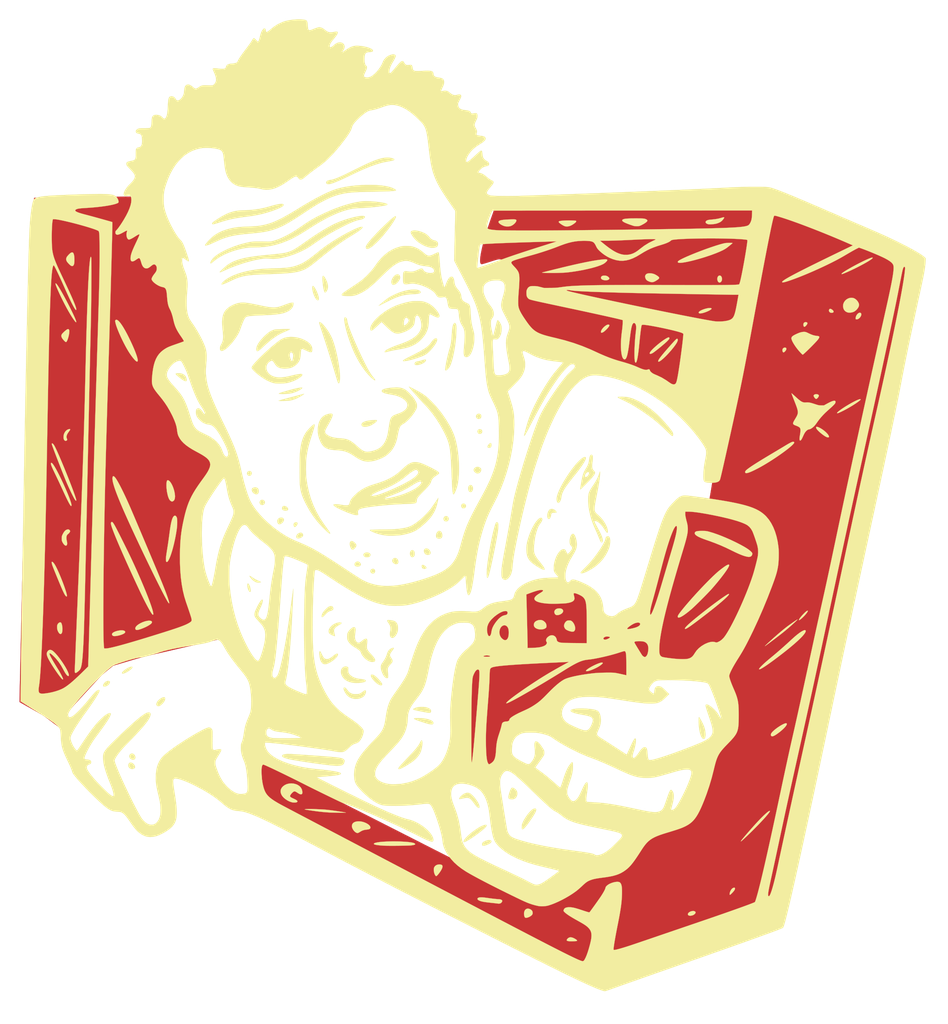
<source format=kicad_pcb>
(kicad_pcb (version 4) (host pcbnew 4.0.7)
  (layers (0 F.Cu signal) (31 B.Cu signal) (34 B.Paste user) (35 F.Paste user) (36 B.SilkS user) (37 F.SilkS user) (38 B.Mask user) (39 F.Mask user) (44 Edge.Cuts user))
  (net 0 "")
  (module LOGO (layer F.Cu) (at 0 0)
    (fp_text reference "G***" hide)
    (fp_text value "LOGO" hide)
    (fp_poly (pts (xy 25.467710 -26.351144) (xy 25.908324 -26.155326) (xy 26.346012 -25.960768) (xy 26.778650 -25.768417) (xy 27.204111 -25.579218) (xy 27.620271 -25.394119) (xy 28.025004 -25.214064) (xy 28.416186 -25.040001) (xy 28.791690 -24.872876) (xy 29.149392 -24.713634) (xy 29.487167 -24.563223) (xy 29.802888 -24.422587) (xy 30.094431 -24.292675) (xy 30.359671 -24.174431) (xy 30.596482 -24.068802) (xy 30.802739 -23.976734) (xy 30.976317 -23.899174) (xy 31.115090 -23.837067) (xy 31.202124 -23.798019) (xy 32.167665 -23.364059) (xy 32.140631 -23.223155) (xy 32.126278 -23.150660) (xy 32.103296 -23.037751) (xy 32.071896 -22.885415) (xy 32.032287 -22.694640) (xy 31.984679 -22.466411) (xy 31.929282 -22.201716) (xy 31.866305 -21.901540) (xy 31.795960 -21.566872) (xy 31.718454 -21.198698) (xy 31.633999 -20.798004) (xy 31.542804 -20.365778) (xy 31.445080 -19.903006) (xy 31.341035 -19.410674) (xy 31.230880 -18.889771) (xy 31.114824 -18.341282) (xy 30.993078 -17.766194) (xy 30.865852 -17.165494) (xy 30.733354 -16.540169) (xy 30.595796 -15.891205) (xy 30.453387 -15.219590) (xy 30.306336 -14.526310) (xy 30.154854 -13.812352) (xy 29.999151 -13.078703) (xy 29.839435 -12.326349) (xy 29.675919 -11.556277) (xy 29.508810 -10.769474) (xy 29.338319 -9.966927) (xy 29.164656 -9.149623) (xy 28.988031 -8.318548) (xy 28.808653 -7.474689) (xy 28.626732 -6.619033) (xy 28.442479 -5.752567) (xy 28.256103 -4.876277) (xy 28.067814 -3.991150) (xy 27.877822 -3.098174) (xy 27.686336 -2.198334) (xy 27.493567 -1.292618) (xy 27.299725 -0.382012) (xy 27.105018 0.532497) (xy 26.909658 1.449922) (xy 26.713854 2.369276) (xy 26.517816 3.289573) (xy 26.321753 4.209826) (xy 26.125876 5.129047) (xy 25.930394 6.046251) (xy 25.735518 6.960451) (xy 25.541456 7.870659) (xy 25.348420 8.775888) (xy 25.156619 9.675153) (xy 24.966262 10.567467) (xy 24.777560 11.451842) (xy 24.590723 12.327291) (xy 24.405959 13.192829) (xy 24.223480 14.047468) (xy 24.043495 14.890221) (xy 23.866214 15.720102) (xy 23.691846 16.536124) (xy 23.520603 17.337300) (xy 23.352692 18.122644) (xy 23.188325 18.891168) (xy 23.027711 19.641885) (xy 22.871061 20.373810) (xy 22.718583 21.085955) (xy 22.570487 21.777334) (xy 22.542598 21.907500) (xy 22.418849 22.484978) (xy 22.303634 23.022485) (xy 22.196643 23.521446) (xy 22.097562 23.983290) (xy 22.006078 24.409443) (xy 21.921880 24.801332) (xy 21.844655 25.160384) (xy 21.774091 25.488025) (xy 21.709875 25.785683) (xy 21.651695 26.054784) (xy 21.599238 26.296755) (xy 21.552193 26.513024) (xy 21.510245 26.705016) (xy 21.473084 26.874160) (xy 21.440397 27.021881) (xy 21.411872 27.149606) (xy 21.387195 27.258764) (xy 21.366054 27.350779) (xy 21.348138 27.427080) (xy 21.333134 27.489093) (xy 21.320729 27.538245) (xy 21.310611 27.575963) (xy 21.302467 27.603673) (xy 21.295986 27.622803) (xy 21.290854 27.634780) (xy 21.287426 27.640273) (xy 21.246706 27.672739) (xy 21.166770 27.719042) (xy 21.048314 27.778904) (xy 20.892031 27.852048) (xy 20.698617 27.938198) (xy 20.468768 28.037077) (xy 20.203177 28.148406) (xy 19.902542 28.271909) (xy 19.567555 28.407309) (xy 19.198914 28.554329) (xy 18.797312 28.712691) (xy 18.363444 28.882119) (xy 17.898007 29.062335) (xy 17.401695 29.253062) (xy 16.875203 29.454023) (xy 16.319226 29.664942) (xy 15.734459 29.885540) (xy 15.121597 30.115541) (xy 14.481336 30.354667) (xy 14.446250 30.367740) (xy 14.127239 30.486550) (xy 13.792232 30.611256) (xy 13.443628 30.740968) (xy 13.083826 30.874796) (xy 12.715224 31.011850) (xy 12.340221 31.151240) (xy 11.961215 31.292076) (xy 11.580604 31.433468) (xy 11.200788 31.574527) (xy 10.824164 31.714363) (xy 10.453132 31.852085) (xy 10.090089 31.986804) (xy 9.737434 32.117629) (xy 9.397566 32.243672) (xy 9.072883 32.364042) (xy 8.765783 32.477849) (xy 8.478666 32.584204) (xy 8.213930 32.682216) (xy 7.973972 32.770995) (xy 7.761193 32.849652) (xy 7.577989 32.917297) (xy 7.426761 32.973040) (xy 7.309905 33.015991) (xy 7.229822 33.045260) (xy 7.217834 33.049609) (xy 7.190707 33.043919) (xy 7.131153 33.021861) (xy 7.044705 32.985805) (xy 6.936898 32.938121) (xy 6.813264 32.881179) (xy 6.709834 32.832068) (xy 6.518738 32.739935) (xy 6.308401 32.638078) (xy 6.078248 32.526210) (xy 5.827702 32.404048) (xy 5.556189 32.271303) (xy 5.263133 32.127692) (xy 4.947957 31.972927) (xy 4.610087 31.806724) (xy 4.248947 31.628796) (xy 3.863961 31.438858) (xy 3.454553 31.236623) (xy 3.020149 31.021806) (xy 2.560171 30.794121) (xy 2.074046 30.553283) (xy 1.561197 30.299005) (xy 1.021048 30.031002) (xy 0.453025 29.748987) (xy -0.143450 29.452676) (xy -0.768950 29.141782) (xy -1.424053 28.816019) (xy -2.109333 28.475102) (xy -2.825366 28.118745) (xy -3.572728 27.746662) (xy -4.351994 27.358567) (xy -5.163740 26.954174) (xy -6.008541 26.533199) (xy -6.886974 26.095353) (xy -7.799613 25.640353) (xy -8.747035 25.167912) (xy -9.729814 24.677745) (xy -10.748527 24.169565) (xy -11.803750 23.643087) (xy -12.896057 23.098024) (xy -13.261114 22.915843) (xy -19.187979 19.957994) (xy -19.341774 19.318789) (xy -19.392730 19.106039) (xy -19.434778 18.927573) (xy -19.469255 18.776604) (xy -19.497499 18.646341) (xy -19.520847 18.529994) (xy -19.540640 18.420775) (xy -19.558213 18.311894) (xy -19.574905 18.196562) (xy -19.592055 18.067989) (xy -19.599151 18.012834) (xy -19.626684 17.772720) (xy -19.648297 17.532874) (xy -19.663589 17.301229) (xy -19.672159 17.085719) (xy -19.673604 16.894277) (xy -19.667522 16.734837) (xy -19.665300 16.706716) (xy -19.650247 16.568415) (xy -19.632165 16.468623) (xy -19.609854 16.403553) (xy -19.582115 16.369418) (xy -19.556085 16.361834) (xy -19.529404 16.371385) (xy -19.465919 16.399740) (xy -19.366527 16.446447) (xy -19.232125 16.511056) (xy -19.063611 16.593118) (xy -18.861881 16.692181) (xy -18.627834 16.807795) (xy -18.362366 16.939510) (xy -18.066375 17.086875) (xy -17.740759 17.249441) (xy -17.386414 17.426756) (xy -17.004237 17.618371) (xy -16.595127 17.823834) (xy -16.159980 18.042697) (xy -15.699694 18.274508) (xy -15.215166 18.518816) (xy -14.707293 18.775173) (xy -14.176974 19.043126) (xy -13.625104 19.322227) (xy -13.052582 19.612024) (xy -12.460304 19.912068) (xy -11.849168 20.221907) (xy -11.220072 20.541092) (xy -10.573913 20.869172) (xy -10.456333 20.928896) (xy -10.238866 21.039382) (xy -9.992344 21.164661) (xy -9.718718 21.303739) (xy -9.419942 21.455622) (xy -9.097966 21.619319) (xy -8.754743 21.793835) (xy -8.392226 21.978177) (xy -8.012367 22.171352) (xy -7.617117 22.372367) (xy -7.208429 22.580228) (xy -6.788255 22.793943) (xy -6.358548 23.012517) (xy -5.921259 23.234959) (xy -5.478340 23.460273) (xy -5.031744 23.687469) (xy -4.583423 23.915551) (xy -4.135329 24.143527) (xy -3.689415 24.370403) (xy -3.247631 24.595187) (xy -2.811932 24.816884) (xy -2.384268 25.034503) (xy -1.966592 25.247049) (xy -1.560856 25.453529) (xy -1.169012 25.652950) (xy -0.793013 25.844320) (xy -0.434810 26.026643) (xy -0.096356 26.198928) (xy 0.220397 26.360181) (xy 0.513496 26.509409) (xy 0.780991 26.645619) (xy 1.020928 26.767816) (xy 1.231356 26.875009) (xy 1.410322 26.966204) (xy 1.555874 27.040407) (xy 1.666059 27.096626) (xy 1.684781 27.106186) (xy 1.842187 27.186110) (xy 1.988581 27.259540) (xy 2.119487 27.324301) (xy 2.230430 27.378218) (xy 2.316936 27.419113) (xy 2.374530 27.444811) (xy 2.398343 27.453167) (xy 2.434149 27.447245) (xy 2.503743 27.430757) (xy 2.600463 27.405615) (xy 2.717643 27.373733) (xy 2.848622 27.337023) (xy 2.986735 27.297401) (xy 3.125318 27.256779) (xy 3.257710 27.217070) (xy 3.377245 27.180188) (xy 3.477260 27.148047) (xy 3.551092 27.122559) (xy 3.556000 27.120741) (xy 3.810060 27.014545) (xy 4.056251 26.887411) (xy 4.301778 26.734942) (xy 4.553848 26.552742) (xy 4.762500 26.384766) (xy 5.151564 26.085192) (xy 5.556744 25.824762) (xy 5.978084 25.603455) (xy 6.415630 25.421249) (xy 6.869428 25.278123) (xy 7.339522 25.174056) (xy 7.381761 25.166752) (xy 7.538166 25.139968) (xy 7.661588 25.117820) (xy 7.760870 25.098425) (xy 7.844857 25.079898) (xy 7.922393 25.060356) (xy 8.002322 25.037915) (xy 8.042808 25.025957) (xy 8.225880 24.963086) (xy 8.400618 24.885147) (xy 8.569642 24.789663) (xy 8.735571 24.674158) (xy 8.901025 24.536157) (xy 9.068623 24.373183) (xy 9.240984 24.182760) (xy 9.420728 23.962413) (xy 9.610472 23.709666) (xy 9.812838 23.422042) (xy 9.942259 23.230417) (xy 10.065914 23.047005) (xy 10.171777 22.895167) (xy 10.263720 22.770112) (xy 10.345620 22.667045) (xy 10.421351 22.581175) (xy 10.494788 22.507708) (xy 10.569805 22.441852) (xy 10.598648 22.418526) (xy 10.679424 22.357723) (xy 10.767345 22.298459) (xy 10.865416 22.239427) (xy 10.976644 22.179316) (xy 11.104035 22.116821) (xy 11.250594 22.050631) (xy 11.419329 21.979439) (xy 11.613244 21.901937) (xy 11.835347 21.816817) (xy 12.088643 21.722770) (xy 12.376139 21.618487) (xy 12.700840 21.502662) (xy 12.713313 21.498242) (xy 12.893492 21.434007) (xy 13.064829 21.372165) (xy 13.222368 21.314560) (xy 13.361154 21.263035) (xy 13.476229 21.219437) (xy 13.562638 21.185608) (xy 13.615425 21.163394) (xy 13.623480 21.159520) (xy 13.737074 21.083286) (xy 13.851583 20.972724) (xy 13.959656 20.835024) (xy 13.968659 20.821778) (xy 14.015233 20.744774) (xy 14.076712 20.630676) (xy 14.152088 20.481622) (xy 14.240356 20.299749) (xy 14.340508 20.087193) (xy 14.451537 19.846090) (xy 14.572438 19.578577) (xy 14.702202 19.286791) (xy 14.838495 18.975917) (xy 15.000161 18.605907) (xy 15.147361 18.271677) (xy 15.281693 17.969837) (xy 15.404753 17.697000) (xy 15.518139 17.449776) (xy 15.623448 17.224777) (xy 15.722277 17.018616) (xy 15.816224 16.827903) (xy 15.906884 16.649249) (xy 15.995856 16.479268) (xy 16.084736 16.314569) (xy 16.140472 16.213667) (xy 16.235461 16.046479) (xy 16.328427 15.890574) (xy 16.423708 15.739620) (xy 16.525641 15.587283) (xy 16.638565 15.427232) (xy 16.766816 15.253131) (xy 16.914731 15.058650) (xy 17.057809 14.874317) (xy 17.467675 14.349883) (xy 17.421718 13.731317) (xy 17.408299 13.555846) (xy 17.394015 13.378076) (xy 17.379637 13.206989) (xy 17.365937 13.051568) (xy 17.353687 12.920796) (xy 17.344031 12.827000) (xy 17.315715 12.595475) (xy 17.280762 12.348350) (xy 17.240151 12.090242) (xy 17.194860 11.825769) (xy 17.145870 11.559549) (xy 17.094157 11.296200) (xy 17.040702 11.040340) (xy 16.986483 10.796585) (xy 16.932478 10.569555) (xy 16.879667 10.363866) (xy 16.829028 10.184137) (xy 16.781540 10.034985) (xy 16.738182 9.921028) (xy 16.719652 9.881222) (xy 16.702527 9.850997) (xy 16.681511 9.825527) (xy 16.651147 9.802222) (xy 16.605975 9.778487) (xy 16.540537 9.751733) (xy 16.449374 9.719367) (xy 16.327029 9.678796) (xy 16.221269 9.644565) (xy 15.845989 9.528269) (xy 15.502212 9.431679) (xy 15.184674 9.353521) (xy 14.888111 9.292517) (xy 14.607258 9.247394) (xy 14.552084 9.240108) (xy 14.424427 9.224683) (xy 14.298214 9.211311) (xy 14.168957 9.199791) (xy 14.032164 9.189920) (xy 13.883348 9.181498) (xy 13.718019 9.174323) (xy 13.531687 9.168192) (xy 13.319863 9.162906) (xy 13.078059 9.158261) (xy 12.801783 9.154058) (xy 12.568791 9.151067) (xy 11.410999 9.137097) (xy 10.783945 9.754382) (xy 10.628988 9.906718) (xy 10.501033 10.031848) (xy 10.397072 10.132424) (xy 10.314096 10.211095) (xy 10.249096 10.270512) (xy 10.199062 10.313327) (xy 10.160985 10.342189) (xy 10.131857 10.359749) (xy 10.108668 10.368658) (xy 10.088409 10.371566) (xy 10.083173 10.371667) (xy 10.044706 10.372860) (xy 9.968323 10.376277) (xy 9.858368 10.381678) (xy 9.719185 10.388820) (xy 9.555120 10.397463) (xy 9.370517 10.407364) (xy 9.169720 10.418283) (xy 8.957075 10.429978) (xy 8.736926 10.442208) (xy 8.513617 10.454730) (xy 8.291494 10.467304) (xy 8.074901 10.479688) (xy 7.868183 10.491641) (xy 7.675684 10.502922) (xy 7.501749 10.513288) (xy 7.350724 10.522498) (xy 7.226952 10.530311) (xy 7.217834 10.530903) (xy 6.806636 10.560036) (xy 6.435252 10.591641) (xy 6.101202 10.626304) (xy 5.802009 10.664613) (xy 5.535194 10.707154) (xy 5.298279 10.754514) (xy 5.088785 10.807281) (xy 4.904234 10.866041) (xy 4.742148 10.931381) (xy 4.600049 11.003888) (xy 4.475458 11.084149) (xy 4.365897 11.172752) (xy 4.318810 11.217524) (xy 4.250946 11.288068) (xy 4.192377 11.356365) (xy 4.137898 11.430152) (xy 4.082306 11.517162) (xy 4.020398 11.625132) (xy 3.946971 11.761796) (xy 3.926693 11.800417) (xy 3.831043 11.976059) (xy 3.743442 12.118451) (xy 3.657594 12.234170) (xy 3.567202 12.329795) (xy 3.465969 12.411903) (xy 3.347597 12.487072) (xy 3.205789 12.561879) (xy 3.190569 12.569353) (xy 3.061628 12.628937) (xy 2.898608 12.698838) (xy 2.707818 12.776699) (xy 2.495571 12.860165) (xy 2.268178 12.946881) (xy 2.031952 13.034491) (xy 1.793203 13.120639) (xy 1.558244 13.202970) (xy 1.333386 13.279129) (xy 1.124940 13.346760) (xy 1.021112 13.379001) (xy 0.827514 13.440482) (xy 0.669621 13.497233) (xy 0.541616 13.552780) (xy 0.437683 13.610648) (xy 0.352006 13.674363) (xy 0.278769 13.747449) (xy 0.212155 13.833433) (xy 0.172507 13.893377) (xy 0.118364 13.984947) (xy 0.067801 14.083915) (xy 0.019311 14.194749) (xy -0.028615 14.321918) (xy -0.077483 14.469891) (xy -0.128803 14.643135) (xy -0.184082 14.846120) (xy -0.244828 15.083313) (xy -0.287919 15.257790) (xy -0.353432 15.517719) (xy -0.414867 15.741929) (xy -0.474579 15.936542) (xy -0.534922 16.107681) (xy -0.598253 16.261468) (xy -0.666926 16.404026) (xy -0.743295 16.541478) (xy -0.829716 16.679946) (xy -0.842274 16.699040) (xy -0.910698 16.793863) (xy -0.996622 16.900595) (xy -1.086312 17.002575) (xy -1.131018 17.049341) (xy -1.328395 17.224009) (xy -1.534691 17.360979) (xy -1.747323 17.459639) (xy -1.963710 17.519373) (xy -2.181269 17.539567) (xy -2.397417 17.519606) (xy -2.609574 17.458876) (xy -2.695541 17.421698) (xy -2.791954 17.370497) (xy -2.889500 17.307156) (xy -2.994166 17.226978) (xy -3.111943 17.125266) (xy -3.248820 16.997324) (xy -3.300389 16.947388) (xy -3.526789 16.726608) (xy -3.479746 14.792679) (xy -3.463540 14.146737) (xy -3.447344 13.542410) (xy -3.431123 12.978983) (xy -3.414840 12.455737) (xy -3.398459 11.971957) (xy -3.381944 11.526923) (xy -3.365258 11.119920) (xy -3.348365 10.750231) (xy -3.331228 10.417137) (xy -3.313812 10.119922) (xy -3.296079 9.857869) (xy -3.277994 9.630261) (xy -3.259521 9.436380) (xy -3.240621 9.275509) (xy -3.221261 9.146932) (xy -3.201402 9.049930) (xy -3.185954 8.996883) (xy -3.126865 8.853168) (xy -3.042054 8.682130) (xy -2.934029 8.487986) (xy -2.805301 8.274955) (xy -2.658383 8.047257) (xy -2.495783 7.809109) (xy -2.393457 7.665335) (xy -2.316003 7.555913) (xy -2.240608 7.445456) (xy -2.173885 7.343924) (xy -2.122446 7.261280) (xy -2.104155 7.229480) (xy -2.062834 7.149756) (xy -2.037646 7.084732) (xy -2.023839 7.016854) (xy -2.016663 6.928569) (xy -2.015355 6.901397) (xy -2.015784 6.760955) (xy -2.031977 6.622234) (xy -2.052511 6.519731) (xy -2.091661 6.327831) (xy -2.115689 6.157797) (xy -2.123547 6.001545) (xy -2.114185 5.850990) (xy -2.086557 5.698046) (xy -2.039613 5.534629) (xy -1.972304 5.352654) (xy -1.883583 5.144036) (xy -1.870205 5.114053) (xy -1.807817 4.978830) (xy -1.748361 4.861973) (xy -1.687888 4.760432) (xy -1.622451 4.671154) (xy -1.548101 4.591087) (xy -1.460892 4.517179) (xy -1.356874 4.446379) (xy -1.232100 4.375634) (xy -1.082622 4.301893) (xy -0.904491 4.222103) (xy -0.693761 4.133213) (xy -0.497416 4.052834) (xy -0.259238 3.954921) (xy -0.057390 3.869043) (xy 0.111718 3.793146) (xy 0.251674 3.725176) (xy 0.366070 3.663079) (xy 0.458494 3.604801) (xy 0.532536 3.548288) (xy 0.591787 3.491487) (xy 0.639835 3.432342) (xy 0.671343 3.384104) (xy 0.700143 3.326883) (xy 0.738110 3.238240) (xy 0.781712 3.127134) (xy 0.827416 3.002526) (xy 0.866425 2.889250) (xy 0.907610 2.769046) (xy 0.946137 2.662805) (xy 0.979461 2.577068) (xy 1.005037 2.518376) (xy 1.020319 2.493270) (xy 1.020583 2.493109) (xy 1.047395 2.485954) (xy 1.110778 2.472717) (xy 1.205562 2.454366) (xy 1.326577 2.431868) (xy 1.468651 2.406192) (xy 1.626614 2.378306) (xy 1.725084 2.361223) (xy 2.031069 2.308928) (xy 2.300329 2.264390) (xy 2.537749 2.227572) (xy 2.748214 2.198440) (xy 2.936610 2.176959) (xy 3.107821 2.163093) (xy 3.266733 2.156807) (xy 3.418230 2.158066) (xy 3.567198 2.166835) (xy 3.718522 2.183078) (xy 3.877087 2.206761) (xy 4.047778 2.237847) (xy 4.235480 2.276303) (xy 4.445079 2.322092) (xy 4.529667 2.341000) (xy 4.797631 2.403334) (xy 5.028085 2.462132) (xy 5.225529 2.519072) (xy 5.394463 2.575835) (xy 5.539388 2.634100) (xy 5.664803 2.695547) (xy 5.775210 2.761855) (xy 5.875108 2.834705) (xy 5.894443 2.850389) (xy 6.057431 3.003326) (xy 6.219173 3.189476) (xy 6.373912 3.399959) (xy 6.515891 3.625896) (xy 6.639352 3.858408) (xy 6.738538 4.088614) (xy 6.784249 4.222750) (xy 6.860800 4.445034) (xy 6.947188 4.631637) (xy 7.048657 4.788960) (xy 7.170452 4.923406) (xy 7.317816 5.041376) (xy 7.495993 5.149272) (xy 7.577667 5.191341) (xy 7.674772 5.238647) (xy 7.745870 5.269916) (xy 7.802649 5.288384) (xy 7.856796 5.297281) (xy 7.919999 5.299842) (xy 7.969250 5.299662) (xy 8.032547 5.297288) (xy 8.096932 5.290556) (xy 8.165577 5.278208) (xy 8.241654 5.258986) (xy 8.328336 5.231628) (xy 8.428795 5.194878) (xy 8.546204 5.147474) (xy 8.683734 5.088160) (xy 8.844558 5.015674) (xy 9.031848 4.928759) (xy 9.248776 4.826156) (xy 9.498515 4.706604) (xy 9.662584 4.627586) (xy 10.255250 4.341683) (xy 10.398820 3.985883) (xy 10.510987 3.704931) (xy 10.617754 3.430941) (xy 10.720522 3.159757) (xy 10.820687 2.887224) (xy 10.919650 2.609185) (xy 11.018808 2.321484) (xy 11.119561 2.019965) (xy 11.223308 1.700472) (xy 11.331446 1.358849) (xy 11.445374 0.990940) (xy 11.566492 0.592589) (xy 11.696198 0.159639) (xy 11.768722 -0.084666) (xy 11.903935 -0.536628) (xy 12.030756 -0.949763) (xy 12.150316 -1.326494) (xy 12.263749 -1.669245) (xy 12.372188 -1.980436) (xy 12.476763 -2.262489) (xy 12.578609 -2.517828) (xy 12.678857 -2.748874) (xy 12.778639 -2.958048) (xy 12.879089 -3.147775) (xy 12.981339 -3.320475) (xy 13.086520 -3.478570) (xy 13.195767 -3.624484) (xy 13.310210 -3.760637) (xy 13.430982 -3.889453) (xy 13.559217 -4.013353) (xy 13.639248 -4.085494) (xy 13.739066 -4.171130) (xy 13.826980 -4.238861) (xy 13.909216 -4.289814) (xy 13.991998 -4.325114) (xy 14.081553 -4.345886) (xy 14.184105 -4.353255) (xy 14.305880 -4.348347) (xy 14.453103 -4.332287) (xy 14.632000 -4.306200) (xy 14.753167 -4.286848) (xy 14.906942 -4.263006) (xy 15.062275 -4.240940) (xy 15.208995 -4.221948) (xy 15.336929 -4.207331) (xy 15.435905 -4.198386) (xy 15.455115 -4.197179) (xy 15.680813 -4.184852) (xy 15.704194 -4.267301) (xy 15.720759 -4.335469) (xy 15.742602 -4.440340) (xy 15.768857 -4.576734) (xy 15.798658 -4.739468) (xy 15.831140 -4.923362) (xy 15.865437 -5.123234) (xy 15.900683 -5.333902) (xy 15.936013 -5.550186) (xy 15.970560 -5.766903) (xy 16.003459 -5.978872) (xy 16.033844 -6.180912) (xy 16.060850 -6.367842) (xy 16.083611 -6.534479) (xy 16.085784 -6.551083) (xy 16.125379 -6.886062) (xy 16.151626 -7.185830) (xy 16.164123 -7.455483) (xy 16.162468 -7.700114) (xy 16.146261 -7.924819) (xy 16.115099 -8.134691) (xy 16.068582 -8.334826) (xy 16.006307 -8.530317) (xy 15.927875 -8.726260) (xy 15.911494 -8.763114) (xy 15.844055 -8.899149) (xy 15.752629 -9.062889) (xy 15.640409 -9.249582) (xy 15.510587 -9.454479) (xy 15.366356 -9.672827) (xy 15.210908 -9.899875) (xy 15.047436 -10.130873) (xy 14.879131 -10.361070) (xy 14.709187 -10.585713) (xy 14.553319 -10.784416) (xy 14.411922 -10.953866) (xy 14.249215 -11.136426) (xy 14.073153 -11.323976) (xy 13.891695 -11.508395) (xy 13.712797 -11.681562) (xy 13.544417 -11.835357) (xy 13.419667 -11.941405) (xy 13.180954 -12.128550) (xy 12.911712 -12.326064) (xy 12.610633 -12.534797) (xy 12.276413 -12.755600) (xy 11.907746 -12.989324) (xy 11.503326 -13.236819) (xy 11.061848 -13.498937) (xy 10.763250 -13.672453) (xy 10.580241 -13.775250) (xy 10.377791 -13.884215) (xy 10.164038 -13.995305) (xy 9.947122 -14.104483) (xy 9.735180 -14.207706) (xy 9.536354 -14.300937) (xy 9.358781 -14.380133) (xy 9.228667 -14.434178) (xy 8.958480 -14.536571) (xy 8.650276 -14.645359) (xy 8.307717 -14.759513) (xy 7.934462 -14.878005) (xy 7.534174 -14.999806) (xy 7.110512 -15.123890) (xy 6.667138 -15.249228) (xy 6.207713 -15.374793) (xy 5.735897 -15.499555) (xy 5.255352 -15.622488) (xy 4.769738 -15.742563) (xy 4.282716 -15.858752) (xy 3.797948 -15.970028) (xy 3.608828 -16.012195) (xy 3.229726 -16.096811) (xy 2.888520 -16.174812) (xy 2.581468 -16.247215) (xy 2.304828 -16.315040) (xy 2.054855 -16.379305) (xy 1.827808 -16.441029) (xy 1.619944 -16.501229) (xy 1.427521 -16.560925) (xy 1.246794 -16.621136) (xy 1.074022 -16.682878) (xy 0.905462 -16.747173) (xy 0.899584 -16.749485) (xy 0.497417 -16.907858) (xy 0.498684 -17.010554) (xy 0.499698 -17.060026) (xy 0.501877 -17.144688) (xy 0.505019 -17.257419) (xy 0.508921 -17.391098) (xy 0.513381 -17.538603) (xy 0.516939 -17.653000) (xy 0.523036 -17.918140) (xy 0.522675 -18.149804) (xy 0.514761 -18.356509) (xy 0.498197 -18.546771) (xy 0.471888 -18.729108) (xy 0.434738 -18.912036) (xy 0.385653 -19.104071) (xy 0.323535 -19.313730) (xy 0.289512 -19.420823) (xy 0.231935 -19.602047) (xy 0.187072 -19.752948) (xy 0.153345 -19.883050) (xy 0.129170 -20.001875) (xy 0.112967 -20.118948) (xy 0.103155 -20.243791) (xy 0.098152 -20.385928) (xy 0.096378 -20.554882) (xy 0.096289 -20.584583) (xy 0.096861 -20.746720) (xy 0.099067 -20.936169) (xy 0.102638 -21.137952) (xy 0.107304 -21.337090) (xy 0.112794 -21.518605) (xy 0.113445 -21.537083) (xy 0.119383 -21.743811) (xy 0.119638 -21.918118) (xy 0.112110 -22.067967) (xy 0.094701 -22.201320) (xy 0.065314 -22.326142) (xy 0.021848 -22.450395) (xy -0.037792 -22.582043) (xy -0.115708 -22.729048) (xy -0.213996 -22.899374) (xy -0.270565 -22.994318) (xy -0.373562 -23.159010) (xy -0.465091 -23.287773) (xy -0.549453 -23.383964) (xy -0.630947 -23.450941) (xy -0.713872 -23.492061) (xy -0.802527 -23.510684) (xy -0.901213 -23.510167) (xy -0.927629 -23.507479) (xy -0.980042 -23.497078) (xy -1.065199 -23.475167) (xy -1.175764 -23.443860) (xy -1.304399 -23.405271) (xy -1.443768 -23.361515) (xy -1.520295 -23.336683) (xy -1.665203 -23.289723) (xy -1.805808 -23.245281) (xy -1.934119 -23.205799) (xy -2.042147 -23.173716) (xy -2.121902 -23.151474) (xy -2.147992 -23.144964) (xy -2.225049 -23.127838) (xy -2.272016 -23.121130) (xy -2.299974 -23.125425) (xy -2.320008 -23.141307) (xy -2.331196 -23.154612) (xy -2.355465 -23.201894) (xy -2.375322 -23.270086) (xy -2.380719 -23.300638) (xy -2.386248 -23.411927) (xy -2.378072 -23.559087) (xy -2.357024 -23.738234) (xy -2.323940 -23.945481) (xy -2.279655 -24.176942) (xy -2.225002 -24.428732) (xy -2.160818 -24.696964) (xy -2.087937 -24.977754) (xy -2.007194 -25.267215) (xy -1.919424 -25.561461) (xy -1.843257 -25.802166) (xy -1.812895 -25.893844) (xy -1.772804 -26.012186) (xy -1.724523 -26.152851) (xy -1.669592 -26.311494) (xy -1.609550 -26.483771) (xy -1.545936 -26.665340) (xy -1.480292 -26.851855) (xy -1.414155 -27.038975) (xy -1.349066 -27.222354) (xy -1.286564 -27.397650) (xy -1.228189 -27.560518) (xy -1.175480 -27.706615) (xy -1.129978 -27.831597) (xy -1.093221 -27.931121) (xy -1.066749 -28.000843) (xy -1.052102 -28.036420) (xy -1.050072 -28.039983) (xy -1.027447 -28.042268) (xy -0.966110 -28.044948) (xy -0.869676 -28.047944) (xy -0.741764 -28.051180) (xy -0.585992 -28.054576) (xy -0.405975 -28.058055) (xy -0.205333 -28.061539) (xy 0.012318 -28.064950) (xy 0.243360 -28.068211) (xy 0.290336 -28.068832) (xy 0.569274 -28.072624) (xy 0.871612 -28.077003) (xy 1.188345 -28.081821) (xy 1.510465 -28.086932) (xy 1.828967 -28.092189) (xy 2.134844 -28.097445) (xy 2.419090 -28.102554) (xy 2.672698 -28.107370) (xy 2.741084 -28.108728) (xy 2.896424 -28.111841) (xy 3.090583 -28.115716) (xy 3.320050 -28.120285) (xy 3.581320 -28.125478) (xy 3.870883 -28.131225) (xy 4.185232 -28.137457) (xy 4.520859 -28.144105) (xy 4.874256 -28.151098) (xy 5.241916 -28.158369) (xy 5.620330 -28.165846) (xy 6.005991 -28.173462) (xy 6.395391 -28.181146) (xy 6.785022 -28.188828) (xy 7.069667 -28.194437) (xy 7.402560 -28.201011) (xy 7.774142 -28.208381) (xy 8.180776 -28.216473) (xy 8.618826 -28.225213) (xy 9.084655 -28.234530) (xy 9.574627 -28.244348) (xy 10.085106 -28.254596) (xy 10.612456 -28.265200) (xy 11.153041 -28.276087) (xy 11.703224 -28.287183) (xy 12.259370 -28.298416) (xy 12.817841 -28.309711) (xy 13.375002 -28.320996) (xy 13.927216 -28.332198) (xy 14.470848 -28.343244) (xy 15.002260 -28.354059) (xy 15.487627 -28.363955) (xy 20.698836 -28.470308) (xy 25.467710 -26.351144)) (layer F.Cu) (width 0.010000))
    (fp_poly (pts (xy -29.843164 -28.467735) (xy -29.836662 -28.467253) (xy -29.832174 -28.444863) (xy -29.823337 -28.385653) (xy -29.810843 -28.294836) (xy -29.795388 -28.177624) (xy -29.777667 -28.039229) (xy -29.758376 -27.884864) (xy -29.750837 -27.823583) (xy -29.673051 -27.188583) (xy -29.123622 -25.306111) (xy -29.043925 -25.033194) (xy -28.967576 -24.772030) (xy -28.895411 -24.525457) (xy -28.828264 -24.296313) (xy -28.766969 -24.087437) (xy -28.712361 -23.901666) (xy -28.665274 -23.741839) (xy -28.626543 -23.610794) (xy -28.597002 -23.511369) (xy -28.577485 -23.446402) (xy -28.568828 -23.418732) (xy -28.568488 -23.417932) (xy -28.547240 -23.411134) (xy -28.491106 -23.395385) (xy -28.406183 -23.372335) (xy -28.298571 -23.343632) (xy -28.174368 -23.310928) (xy -28.133144 -23.300155) (xy -27.703506 -23.188083) (xy -27.717568 -22.754166) (xy -27.723061 -22.600401) (xy -27.728985 -22.480015) (xy -27.736367 -22.384059) (xy -27.746235 -22.303583) (xy -27.759616 -22.229639) (xy -27.777539 -22.153275) (xy -27.793482 -22.093056) (xy -27.818337 -22.000718) (xy -27.838424 -21.924117) (xy -27.851472 -21.872041) (xy -27.855333 -21.853603) (xy -27.837516 -21.839615) (xy -27.790450 -21.813928) (xy -27.723719 -21.781709) (xy -27.712458 -21.776565) (xy -27.655192 -21.748425) (xy -27.574218 -21.705739) (xy -27.476720 -21.652596) (xy -27.369879 -21.593085) (xy -27.260876 -21.531292) (xy -27.156895 -21.471307) (xy -27.065115 -21.417217) (xy -26.992720 -21.373110) (xy -26.946891 -21.343075) (xy -26.936368 -21.334790) (xy -26.928962 -21.309994) (xy -26.917038 -21.248351) (xy -26.901404 -21.155012) (xy -26.882869 -21.035127) (xy -26.862240 -20.893847) (xy -26.840327 -20.736323) (xy -26.827874 -20.643518) (xy -26.803069 -20.457102) (xy -26.782074 -20.304302) (xy -26.763150 -20.176768) (xy -26.744562 -20.066149) (xy -26.724571 -19.964094) (xy -26.701442 -19.862251) (xy -26.673437 -19.752268) (xy -26.638820 -19.625795) (xy -26.595852 -19.474481) (xy -26.555647 -19.334613) (xy -26.495936 -19.129776) (xy -26.443423 -18.956468) (xy -26.394808 -18.805209) (xy -26.346791 -18.666517) (xy -26.296073 -18.530909) (xy -26.239354 -18.388906) (xy -26.173333 -18.231025) (xy -26.163621 -18.208194) (xy -25.954706 -17.717913) (xy -25.550353 -17.169134) (xy -25.452269 -17.035429) (xy -25.362833 -16.912382) (xy -25.285019 -16.804175) (xy -25.221802 -16.714989) (xy -25.176156 -16.649005) (xy -25.151056 -16.610406) (xy -25.147084 -16.602219) (xy -25.162882 -16.585585) (xy -25.206424 -16.546439) (xy -25.272638 -16.489018) (xy -25.356456 -16.417555) (xy -25.452807 -16.336288) (xy -25.556621 -16.249452) (xy -25.662828 -16.161283) (xy -25.766358 -16.076015) (xy -25.862142 -15.997886) (xy -25.945110 -15.931130) (xy -26.010190 -15.879984) (xy -26.026222 -15.867747) (xy -26.064632 -15.849671) (xy -26.137550 -15.825238) (xy -26.237991 -15.796485) (xy -26.358971 -15.765448) (xy -26.453011 -15.743257) (xy -26.574317 -15.714415) (xy -26.681691 -15.686617) (xy -26.768119 -15.661862) (xy -26.826587 -15.642149) (xy -26.849617 -15.630230) (xy -26.867996 -15.606274) (xy -26.908237 -15.553587) (xy -26.966560 -15.477125) (xy -27.039189 -15.381842) (xy -27.122344 -15.272693) (xy -27.186895 -15.187931) (xy -27.502707 -14.773171) (xy -27.412519 -14.048825) (xy -27.158505 -13.576338) (xy -27.076055 -13.424840) (xy -27.001371 -13.292566) (xy -26.929140 -13.171188) (xy -26.854043 -13.052376) (xy -26.770764 -12.927802) (xy -26.673987 -12.789136) (xy -26.558396 -12.628051) (xy -26.515214 -12.568550) (xy -26.418235 -12.434776) (xy -26.328725 -12.310510) (xy -26.249902 -12.200279) (xy -26.184981 -12.108612) (xy -26.137181 -12.040038) (xy -26.109718 -11.999086) (xy -26.104872 -11.990916) (xy -26.094062 -11.962022) (xy -26.072024 -11.897266) (xy -26.040229 -11.801170) (xy -26.000148 -11.678255) (xy -25.953254 -11.533044) (xy -25.901017 -11.370058) (xy -25.844908 -11.193819) (xy -25.822488 -11.123083) (xy -25.561170 -10.297583) (xy -25.328965 -9.929295) (xy -25.096760 -9.561008) (xy -24.671588 -9.245177) (xy -24.527067 -9.140566) (xy -24.357867 -9.022565) (xy -24.175846 -8.899163) (xy -23.992864 -8.778350) (xy -23.820778 -8.668116) (xy -23.746894 -8.622147) (xy -23.247371 -8.314946) (xy -23.140141 -7.833615) (xy -23.032912 -7.352283) (xy -23.197134 -6.580791) (xy -23.235207 -6.403934) (xy -23.271629 -6.238536) (xy -23.305245 -6.089566) (xy -23.334899 -5.961992) (xy -23.359436 -5.860780) (xy -23.377699 -5.790901) (xy -23.388534 -5.757322) (xy -23.388769 -5.756857) (xy -23.404026 -5.728887) (xy -23.437937 -5.667516) (xy -23.488519 -5.576307) (xy -23.553792 -5.458821) (xy -23.631775 -5.318622) (xy -23.720486 -5.159273) (xy -23.817944 -4.984335) (xy -23.922167 -4.797373) (xy -23.985221 -4.684318) (xy -24.554259 -3.664220) (xy -24.873051 -0.539750) (xy -24.598809 1.354667) (xy -24.324566 3.249084) (xy -23.636141 4.889261) (xy -23.531557 5.138626) (xy -23.431920 5.376571) (xy -23.338419 5.600234) (xy -23.252242 5.806757) (xy -23.174577 5.993278) (xy -23.106614 6.156937) (xy -23.049540 6.294874) (xy -23.004543 6.404229) (xy -22.972813 6.482141) (xy -22.955538 6.525750) (xy -22.952623 6.534345) (xy -22.973305 6.539484) (xy -23.032637 6.553521) (xy -23.128016 6.575855) (xy -23.256840 6.605884) (xy -23.416504 6.643008) (xy -23.604407 6.686624) (xy -23.817944 6.736131) (xy -24.054513 6.790928) (xy -24.311510 6.850413) (xy -24.586332 6.913984) (xy -24.876376 6.981041) (xy -25.179040 7.050982) (xy -25.491719 7.123205) (xy -25.811810 7.197109) (xy -26.136711 7.272092) (xy -26.463819 7.347554) (xy -26.790529 7.422891) (xy -27.114240 7.497504) (xy -27.432347 7.570790) (xy -27.742248 7.642148) (xy -28.041339 7.710976) (xy -28.327018 7.776674) (xy -28.596681 7.838639) (xy -28.744333 7.872543) (xy -28.831644 7.894025) (xy -28.954290 7.926317) (xy -29.107088 7.967958) (xy -29.284857 8.017484) (xy -29.482417 8.073435) (xy -29.694585 8.134349) (xy -29.916179 8.198764) (xy -30.142019 8.265218) (xy -30.251493 8.297733) (xy -31.409403 8.642754) (xy -31.860234 9.007956) (xy -32.311065 9.373157) (xy -33.580991 10.753718) (xy -34.850916 12.134279) (xy -35.228002 12.835181) (xy -35.313402 12.993571) (xy -35.392872 13.140297) (xy -35.464107 13.271155) (xy -35.524805 13.381943) (xy -35.572661 13.468457) (xy -35.605372 13.526494) (xy -35.620633 13.551850) (xy -35.621122 13.552437) (xy -35.640976 13.543757) (xy -35.690737 13.512023) (xy -35.766675 13.459889) (xy -35.865064 13.390011) (xy -35.982178 13.305042) (xy -36.114288 13.207639) (xy -36.257667 13.100454) (xy -36.291787 13.074743) (xy -36.946416 12.580695) (xy -37.877750 12.055889) (xy -38.059830 11.953186) (xy -38.230725 11.856598) (xy -38.386884 11.768144) (xy -38.524754 11.689846) (xy -38.640784 11.623726) (xy -38.731423 11.571805) (xy -38.793117 11.536103) (xy -38.822316 11.518641) (xy -38.824094 11.517389) (xy -38.824311 11.495736) (xy -38.823551 11.432709) (xy -38.821835 11.329257) (xy -38.819185 11.186328) (xy -38.815621 11.004869) (xy -38.811166 10.785828) (xy -38.805841 10.530155) (xy -38.799667 10.238796) (xy -38.792667 9.912699) (xy -38.784860 9.552813) (xy -38.776269 9.160086) (xy -38.766915 8.735466) (xy -38.756820 8.279901) (xy -38.746004 7.794338) (xy -38.734490 7.279726) (xy -38.722299 6.737013) (xy -38.709452 6.167147) (xy -38.695971 5.571076) (xy -38.681876 4.949747) (xy -38.667191 4.304110) (xy -38.651935 3.635112) (xy -38.636131 2.943700) (xy -38.619800 2.230824) (xy -38.602963 1.497430) (xy -38.585641 0.744468) (xy -38.567857 -0.027115) (xy -38.549631 -0.816371) (xy -38.530986 -1.622352) (xy -38.511942 -2.444109) (xy -38.492520 -3.280695) (xy -38.472743 -4.131163) (xy -38.452632 -4.994562) (xy -38.432208 -5.869947) (xy -38.411493 -6.756368) (xy -38.395735 -7.429694) (xy -37.952364 -26.363083) (xy -37.808121 -27.368500) (xy -37.663878 -28.373916) (xy -36.627814 -28.387266) (xy -36.475619 -28.389232) (xy -36.284844 -28.391704) (xy -36.059240 -28.394634) (xy -35.802557 -28.397973) (xy -35.518545 -28.401672) (xy -35.210954 -28.405681) (xy -34.883535 -28.409952) (xy -34.540038 -28.414437) (xy -34.184213 -28.419085) (xy -33.819810 -28.423849) (xy -33.450579 -28.428679) (xy -33.080271 -28.433526) (xy -32.718225 -28.438269) (xy -32.372959 -28.442730) (xy -32.039427 -28.446915) (xy -31.720071 -28.450800) (xy -31.417332 -28.454360) (xy -31.133649 -28.457571) (xy -30.871465 -28.460408) (xy -30.633221 -28.462846) (xy -30.421356 -28.464862) (xy -30.238312 -28.466430) (xy -30.086530 -28.467526) (xy -29.968451 -28.468125) (xy -29.886515 -28.468203) (xy -29.843164 -28.467735)) (layer F.Cu) (width 0.010000))
  )
  (module LOGO (layer F.Cu) (at 0 0)
    (fp_text reference "G***" hide)
    (fp_text value "LOGO" hide)
  )
  (module LOGO (layer F.Cu) (at 0 0)
    (fp_text reference "G***" hide)
    (fp_text value "LOGO" hide)
  )
  (module LOGO (layer F.Cu) (at 0 0)
    (fp_text reference "G***" hide)
    (fp_text value "LOGO" hide)
  )
)
</source>
